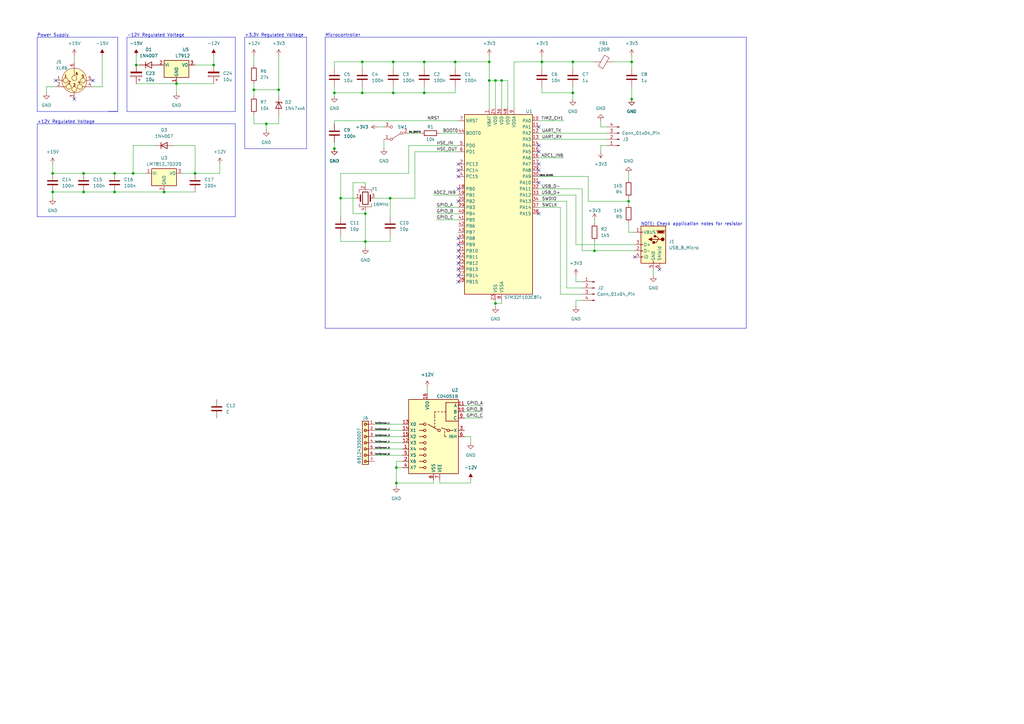
<source format=kicad_sch>
(kicad_sch (version 20230121) (generator eeschema)
  (paper "A3")
  (title_block (title "Senior Design") (date "2023-09-18") (company "Michael Mederos and Julio Barreto Tannoux"))
  (lib_symbols
    (symbol "691243300007:691243300007" (pin_names (offset 1.016))
      (property "Reference" "J" (at -9.96 -0.922 0))
      (property "Value" "691243300007" (at -9.91 -2.58 0))
      (symbol "691243300007_0_0"
        (pin passive line (at -7.62 -5.08 90) (length 2.54) (name "~") (number "1"))
        (pin passive line (at -5.08 -5.08 90) (length 2.54) (name "~") (number "2"))
        (pin passive line (at -2.54 -5.08 90) (length 2.54) (name "~") (number "3"))
        (pin passive line (at 0 -5.08 90) (length 2.54) (name "~") (number "4"))
        (pin passive line (at 2.54 -5.08 90) (length 2.54) (name "~") (number "5"))
        (pin passive line (at 5.08 -5.08 90) (length 2.54) (name "~") (number "6"))
        (pin passive line (at 7.62 -5.08 90) (length 2.54) (name "~") (number "7"))
      )
    )
    (symbol "Analog_Switch:CD4051B"
      (property "Reference" "U" (at -10.16 16.51 0))
      (property "Value" "CD4051B" (at 3.81 16.51 0))
      (symbol "CD4051B_1_1"
        (pin bidirectional line (at 12.7 -5.08 180) (length 2.54) (name "X4") (number "1"))
        (pin input line (at -12.7 10.16 0) (length 2.54) (name "B") (number "10"))
        (pin input line (at -12.7 12.7 0) (length 2.54) (name "A") (number "11"))
        (pin bidirectional line (at 12.7 -2.54 180) (length 2.54) (name "X3") (number "12"))
        (pin bidirectional line (at 12.7 5.08 180) (length 2.54) (name "X0") (number "13"))
        (pin bidirectional line (at 12.7 2.54 180) (length 2.54) (name "X1") (number "14"))
        (pin bidirectional line (at 12.7 0 180) (length 2.54) (name "X2") (number "15"))
        (pin power_in line (at 2.54 17.78 270) (length 2.54) (name "VDD") (number "16"))
        (pin bidirectional line (at 12.7 -10.16 180) (length 2.54) (name "X6") (number "2"))
        (pin bidirectional line (at -12.7 2.54 0) (length 2.54) (name "X") (number "3"))
        (pin bidirectional line (at 12.7 -12.7 180) (length 2.54) (name "X7") (number "4"))
        (pin bidirectional line (at 12.7 -7.62 180) (length 2.54) (name "X5") (number "5"))
        (pin input line (at -12.7 0 0) (length 2.54) (name "INH") (number "6"))
        (pin power_in line (at -2.54 -17.78 90) (length 2.54) (name "VEE") (number "7"))
        (pin power_in line (at 0 -17.78 90) (length 2.54) (name "VSS") (number "8"))
        (pin input line (at -12.7 7.62 0) (length 2.54) (name "C") (number "9"))
      )
    )
    (symbol "Connector:Conn_01x04_Pin" (pin_names (offset 1.016) hide)
      (property "Reference" "J" (at 0 5.08 0))
      (property "Value" "Conn_01x04_Pin" (at 0 -7.62 0))
      (symbol "Conn_01x04_Pin_1_1"
        (pin passive line (at 5.08 2.54 180) (length 3.81) (name "Pin_1") (number "1"))
        (pin passive line (at 5.08 0 180) (length 3.81) (name "Pin_2") (number "2"))
        (pin passive line (at 5.08 -2.54 180) (length 3.81) (name "Pin_3") (number "3"))
        (pin passive line (at 5.08 -5.08 180) (length 3.81) (name "Pin_4") (number "4"))
      )
    )
    (symbol "Connector:USB_B_Micro" (pin_names (offset 1.016))
      (property "Reference" "J" (at -5.08 11.43 0))
      (property "Value" "USB_B_Micro" (at -5.08 8.89 0))
      (symbol "USB_B_Micro_1_1"
        (pin power_out line (at 7.62 5.08 180) (length 2.54) (name "VBUS") (number "1"))
        (pin bidirectional line (at 7.62 -2.54 180) (length 2.54) (name "D-") (number "2"))
        (pin bidirectional line (at 7.62 0 180) (length 2.54) (name "D+") (number "3"))
        (pin passive line (at 7.62 -5.08 180) (length 2.54) (name "ID") (number "4"))
        (pin power_out line (at 0 -10.16 90) (length 2.54) (name "GND") (number "5"))
        (pin passive line (at -2.54 -10.16 90) (length 2.54) (name "Shield") (number "6"))
      )
    )
    (symbol "Connector_Audio:XLR6" (pin_names hide)
      (property "Reference" "J" (at 2.54 6.35 0))
      (property "Value" "XLR6" (at 5.08 -6.096 0))
      (symbol "XLR6_0_1"
        (text "1" (at -3.556 1.778 0) (effects (font (size 1.016 1.016) bold)))
        (text "2" (at -2.032 -0.762 0) (effects (font (size 1.016 1.016) bold)))
        (text "3" (at 0 -1.778 0) (effects (font (size 1.016 1.016) bold)))
        (text "4" (at 2.032 -0.762 0) (effects (font (size 1.016 1.016) bold)))
        (text "5" (at 3.556 1.778 0) (effects (font (size 1.016 1.016) bold)))
        (text "6" (at 1.016 2.794 0) (effects (font (size 1.016 1.016) bold)))
      )
      (symbol "XLR6_1_1"
        (pin passive line (at -7.62 0 0) (length 2.54) (name "P1") (number "1"))
        (pin passive line (at -7.62 -2.54 0) (length 2.54) (name "P2") (number "2"))
        (pin passive line (at 0 -7.62 90) (length 2.54) (name "P3") (number "3"))
        (pin passive line (at 7.62 -2.54 180) (length 2.54) (name "P3") (number "4"))
        (pin passive line (at 7.62 0 180) (length 2.54) (name "P5") (number "5"))
        (pin passive line (at 0 7.62 270) (length 2.54) (name "P6") (number "6"))
      )
    )
    (symbol "Device:C" (pin_numbers hide) (pin_names (offset 0.254))
      (property "Reference" "C" (at 0.635 2.54 0))
      (property "Value" "C" (at 0.635 -2.54 0))
      (symbol "C_1_1"
        (pin passive line (at 0 3.81 270) (length 2.794) (name "~") (number "1"))
        (pin passive line (at 0 -3.81 90) (length 2.794) (name "~") (number "2"))
      )
    )
    (symbol "Device:C_Polarized" (pin_numbers hide) (pin_names (offset 0.254))
      (property "Reference" "C" (at 0.635 2.54 0))
      (property "Value" "C_Polarized" (at 0.635 -2.54 0))
      (symbol "C_Polarized_1_1"
        (pin passive line (at 0 3.81 270) (length 2.794) (name "~") (number "1"))
        (pin passive line (at 0 -3.81 90) (length 2.794) (name "~") (number "2"))
      )
    )
    (symbol "Device:Crystal_GND24" (pin_names (offset 1.016) hide)
      (property "Reference" "Y" (at 3.175 5.08 0))
      (property "Value" "Crystal_GND24" (at 3.175 3.175 0))
      (symbol "Crystal_GND24_1_1"
        (pin passive line (at -3.81 0 0) (length 1.27) (name "1") (number "1"))
        (pin passive line (at 0 5.08 270) (length 1.27) (name "2") (number "2"))
        (pin passive line (at 3.81 0 180) (length 1.27) (name "3") (number "3"))
        (pin passive line (at 0 -5.08 90) (length 1.27) (name "4") (number "4"))
      )
    )
    (symbol "Device:FerriteBead" (pin_numbers hide) (pin_names (offset 0))
      (property "Reference" "FB" (at -3.81 0.635 90))
      (property "Value" "FerriteBead" (at 3.81 0 90))
      (symbol "FerriteBead_1_1"
        (pin passive line (at 0 3.81 270) (length 2.54) (name "~") (number "1"))
        (pin passive line (at 0 -3.81 90) (length 2.54) (name "~") (number "2"))
      )
    )
    (symbol "Device:R" (pin_numbers hide) (pin_names (offset 0))
      (property "Reference" "R" (at 2.032 0 90))
      (property "Value" "R" (at 0 0 90))
      (symbol "R_1_1"
        (pin passive line (at 0 3.81 270) (length 1.27) (name "~") (number "1"))
        (pin passive line (at 0 -3.81 90) (length 1.27) (name "~") (number "2"))
      )
    )
    (symbol "Diode:1N4007" (pin_numbers hide) (pin_names hide)
      (property "Reference" "D" (at 0 2.54 0))
      (property "Value" "1N4007" (at 0 -2.54 0))
      (symbol "1N4007_1_1"
        (pin passive line (at -3.81 0 0) (length 2.54) (name "K") (number "1"))
        (pin passive line (at 3.81 0 180) (length 2.54) (name "A") (number "2"))
      )
    )
    (symbol "Diode:1N47xxA" (pin_numbers hide) (pin_names hide)
      (property "Reference" "D" (at 0 2.54 0))
      (property "Value" "1N47xxA" (at 0 -2.54 0))
      (symbol "1N47xxA_1_1"
        (pin passive line (at -3.81 0 0) (length 2.54) (name "K") (number "1"))
        (pin passive line (at 3.81 0 180) (length 2.54) (name "A") (number "2"))
      )
    )
    (symbol "MCU_ST_STM32F1:STM32F103C8Tx"
      (property "Reference" "U" (at -12.7 39.37 0))
      (property "Value" "STM32F103C8Tx" (at 10.16 39.37 0))
      (symbol "STM32F103C8Tx_1_1"
        (pin power_in line (at -2.54 40.64 270) (length 2.54) (name "VBAT") (number "1"))
        (pin bidirectional line (at 17.78 35.56 180) (length 2.54) (name "PA0") (number "10"))
        (pin bidirectional line (at 17.78 33.02 180) (length 2.54) (name "PA1") (number "11"))
        (pin bidirectional line (at 17.78 30.48 180) (length 2.54) (name "PA2") (number "12"))
        (pin bidirectional line (at 17.78 27.94 180) (length 2.54) (name "PA3") (number "13"))
        (pin bidirectional line (at 17.78 25.4 180) (length 2.54) (name "PA4") (number "14"))
        (pin bidirectional line (at 17.78 22.86 180) (length 2.54) (name "PA5") (number "15"))
        (pin bidirectional line (at 17.78 20.32 180) (length 2.54) (name "PA6") (number "16"))
        (pin bidirectional line (at 17.78 17.78 180) (length 2.54) (name "PA7") (number "17"))
        (pin bidirectional line (at -15.24 7.62 0) (length 2.54) (name "PB0") (number "18"))
        (pin bidirectional line (at -15.24 5.08 0) (length 2.54) (name "PB1") (number "19"))
        (pin bidirectional line (at -15.24 17.78 0) (length 2.54) (name "PC13") (number "2"))
        (pin bidirectional line (at -15.24 2.54 0) (length 2.54) (name "PB2") (number "20"))
        (pin bidirectional line (at -15.24 -17.78 0) (length 2.54) (name "PB10") (number "21"))
        (pin bidirectional line (at -15.24 -20.32 0) (length 2.54) (name "PB11") (number "22"))
        (pin power_in line (at 0 -38.1 90) (length 2.54) (name "VSS") (number "23"))
        (pin power_in line (at 0 40.64 270) (length 2.54) (name "VDD") (number "24"))
        (pin bidirectional line (at -15.24 -22.86 0) (length 2.54) (name "PB12") (number "25"))
        (pin bidirectional line (at -15.24 -25.4 0) (length 2.54) (name "PB13") (number "26"))
        (pin bidirectional line (at -15.24 -27.94 0) (length 2.54) (name "PB14") (number "27"))
        (pin bidirectional line (at -15.24 -30.48 0) (length 2.54) (name "PB15") (number "28"))
        (pin bidirectional line (at 17.78 15.24 180) (length 2.54) (name "PA8") (number "29"))
        (pin bidirectional line (at -15.24 15.24 0) (length 2.54) (name "PC14") (number "3"))
        (pin bidirectional line (at 17.78 12.7 180) (length 2.54) (name "PA9") (number "30"))
        (pin bidirectional line (at 17.78 10.16 180) (length 2.54) (name "PA10") (number "31"))
        (pin bidirectional line (at 17.78 7.62 180) (length 2.54) (name "PA11") (number "32"))
        (pin bidirectional line (at 17.78 5.08 180) (length 2.54) (name "PA12") (number "33"))
        (pin bidirectional line (at 17.78 2.54 180) (length 2.54) (name "PA13") (number "34"))
        (pin passive line (at 0 -38.1 90) (length 2.54) hide (name "VSS") (number "35"))
        (pin power_in line (at 2.54 40.64 270) (length 2.54) (name "VDD") (number "36"))
        (pin bidirectional line (at 17.78 0 180) (length 2.54) (name "PA14") (number "37"))
        (pin bidirectional line (at 17.78 -2.54 180) (length 2.54) (name "PA15") (number "38"))
        (pin bidirectional line (at -15.24 0 0) (length 2.54) (name "PB3") (number "39"))
        (pin bidirectional line (at -15.24 12.7 0) (length 2.54) (name "PC15") (number "4"))
        (pin bidirectional line (at -15.24 -2.54 0) (length 2.54) (name "PB4") (number "40"))
        (pin bidirectional line (at -15.24 -5.08 0) (length 2.54) (name "PB5") (number "41"))
        (pin bidirectional line (at -15.24 -7.62 0) (length 2.54) (name "PB6") (number "42"))
        (pin bidirectional line (at -15.24 -10.16 0) (length 2.54) (name "PB7") (number "43"))
        (pin input line (at -15.24 30.48 0) (length 2.54) (name "BOOT0") (number "44"))
        (pin bidirectional line (at -15.24 -12.7 0) (length 2.54) (name "PB8") (number "45"))
        (pin bidirectional line (at -15.24 -15.24 0) (length 2.54) (name "PB9") (number "46"))
        (pin passive line (at 0 -38.1 90) (length 2.54) hide (name "VSS") (number "47"))
        (pin power_in line (at 5.08 40.64 270) (length 2.54) (name "VDD") (number "48"))
        (pin bidirectional line (at -15.24 25.4 0) (length 2.54) (name "PD0") (number "5"))
        (pin bidirectional line (at -15.24 22.86 0) (length 2.54) (name "PD1") (number "6"))
        (pin input line (at -15.24 35.56 0) (length 2.54) (name "NRST") (number "7"))
        (pin power_in line (at 2.54 -38.1 90) (length 2.54) (name "VSSA") (number "8"))
        (pin power_in line (at 7.62 40.64 270) (length 2.54) (name "VDDA") (number "9"))
      )
    )
    (symbol "OPA277P:OPA277P" (pin_names (offset 1.016))
      (property "Reference" "U" (at -17.78 16.24 0))
      (property "Value" "OPA277P" (at -8.89 16.51 0))
      (symbol "OPA277P_0_0"
        (pin bidirectional line (at -22.86 5.08 0) (length 5.08) (name "OFFSET_TRIM_2") (number "1"))
        (pin input line (at -22.86 10.16 0) (length 5.08) (name "-IN") (number "2"))
        (pin input line (at -22.86 12.7 0) (length 5.08) (name "+IN") (number "3"))
        (pin power_in line (at 5.08 7.62 180) (length 5.08) (name "V-") (number "4"))
        (pin output line (at 5.08 10.16 180) (length 5.08) (name "OUTPUT") (number "6"))
        (pin power_in line (at 5.08 12.7 180) (length 5.08) (name "V+") (number "7"))
        (pin bidirectional line (at -22.86 7.62 0) (length 5.08) (name "OFFSET_TRIM") (number "8"))
      )
    )
    (symbol "Regulator_Linear:L7912" (pin_names (offset 0.254))
      (property "Reference" "U" (at -3.81 -3.175 0))
      (property "Value" "L7912" (at 0 -3.175 0))
      (symbol "L7912_1_1"
        (pin power_in line (at 0 7.62 270) (length 2.54) (name "GND") (number "1"))
        (pin power_in line (at -7.62 0 0) (length 2.54) (name "VI") (number "2"))
        (pin power_out line (at 7.62 0 180) (length 2.54) (name "VO") (number "3"))
      )
    )
    (symbol "Regulator_Linear:LM7812_TO220" (pin_names (offset 0.254))
      (property "Reference" "U" (at -3.81 3.175 0))
      (property "Value" "LM7812_TO220" (at 0 3.175 0))
      (symbol "LM7812_TO220_1_1"
        (pin power_in line (at -7.62 0 0) (length 2.54) (name "VI") (number "1"))
        (pin power_in line (at 0 -7.62 90) (length 2.54) (name "GND") (number "2"))
        (pin power_out line (at 7.62 0 180) (length 2.54) (name "VO") (number "3"))
      )
    )
    (symbol "Switch:SW_SPDT" (pin_names (offset 0) hide)
      (property "Reference" "SW" (at 0 4.318 0))
      (property "Value" "SW_SPDT" (at 0 -5.08 0))
      (symbol "SW_SPDT_1_1"
        (pin passive line (at 5.08 2.54 180) (length 2.54) (name "A") (number "1"))
        (pin passive line (at -5.08 0 0) (length 2.54) (name "B") (number "2"))
        (pin passive line (at 5.08 -2.54 180) (length 2.54) (name "C") (number "3"))
      )
    )
    (symbol "power:+12V" (power) (pin_names (offset 0))
      (property "Value" "+12V" (at 0 3.556 0))
      (symbol "+12V_1_1"
        (pin power_in line (at 0 0 90) (length 0) hide (name "+12V") (number "1"))
      )
    )
    (symbol "power:+15V" (power) (pin_names (offset 0))
      (property "Value" "+15V" (at 0 3.556 0))
      (symbol "+15V_1_1"
        (pin power_in line (at 0 0 90) (length 0) hide (name "+15V") (number "1"))
      )
    )
    (symbol "power:+3V3" (power) (pin_names (offset 0))
      (property "Value" "+3V3" (at 0 3.556 0))
      (symbol "+3V3_1_1"
        (pin power_in line (at 0 0 90) (length 0) hide (name "+3V3") (number "1"))
      )
    )
    (symbol "power:-12V" (power) (pin_names (offset 0))
      (property "Value" "-12V" (at 0 3.81 0))
      (symbol "-12V_0_0"
        (pin power_in line (at 0 0 90) (length 0) hide (name "-12V") (number "1"))
      )
    )
    (symbol "power:-15V" (power) (pin_names (offset 0))
      (property "Value" "-15V" (at 0 3.81 0))
      (symbol "-15V_0_0"
        (pin power_in line (at 0 0 90) (length 0) hide (name "-15V") (number "1"))
      )
    )
    (symbol "power:GND" (power) (pin_names (offset 0))
      (property "Value" "GND" (at 0 -3.81 0))
      (symbol "GND_1_1"
        (pin power_in line (at 0 0 270) (length 0) hide (name "GND") (number "1"))
      )
    )
  )
  (junction (at 161.29 38.1))
  (junction (at 508 87.63))
  (junction (at 173.99 38.1))
  (junction (at 72.39 34.29))
  (junction (at 80.01 71.12))
  (junction (at 162.56 191.77))
  (junction (at 55.88 26.67))
  (junction (at 104.14 36.83))
  (junction (at 203.2 33.02))
  (junction (at 21.59 71.12))
  (junction (at 46.99 78.74))
  (junction (at 257.81 82.55))
  (junction (at 203.2 124.46))
  (junction (at 139.7 81.28))
  (junction (at 508 78.74))
  (junction (at 67.31 78.74))
  (junction (at 508 81.28))
  (junction (at 114.3 36.83))
  (junction (at 259.08 25.4))
  (junction (at 243.84 102.87))
  (junction (at 173.99 25.4))
  (junction (at 46.99 71.12))
  (junction (at 54.61 71.12))
  (junction (at 160.02 81.28))
  (junction (at 186.69 25.4))
  (junction (at 34.29 78.74))
  (junction (at 149.86 87.63))
  (junction (at 523.24 87.63))
  (junction (at 148.59 38.1))
  (junction (at 222.25 25.4))
  (junction (at 259.08 40.64))
  (junction (at 87.63 26.67))
  (junction (at 34.29 71.12))
  (junction (at 149.86 99.06))
  (junction (at 137.16 38.1))
  (junction (at 161.29 25.4))
  (junction (at 205.74 33.02))
  (junction (at 109.22 50.8))
  (junction (at 200.66 25.4))
  (junction (at 200.66 33.02))
  (junction (at 137.16 60.96))
  (junction (at 511.81 5.08))
  (junction (at 162.56 198.12))
  (junction (at 234.95 25.4))
  (junction (at 148.59 25.4))
  (junction (at 234.95 38.1))
  (junction (at 21.59 78.74))
  (no_connect (at 220.98 69.85))
  (no_connect (at 30.48 40.64))
  (no_connect (at 187.96 115.57))
  (no_connect (at 481.33 10.16))
  (no_connect (at 187.96 105.41))
  (no_connect (at 260.35 105.41))
  (no_connect (at 38.1 33.02))
  (no_connect (at 220.98 52.07))
  (no_connect (at 220.98 59.69))
  (no_connect (at 220.98 74.93))
  (no_connect (at 187.96 67.31))
  (no_connect (at 220.98 67.31))
  (no_connect (at 187.96 82.55))
  (no_connect (at 187.96 107.95))
  (no_connect (at 187.96 100.33))
  (no_connect (at 481.33 7.62))
  (no_connect (at 270.51 110.49))
  (no_connect (at 220.98 62.23))
  (no_connect (at 187.96 110.49))
  (no_connect (at 22.86 33.02))
  (no_connect (at 187.96 72.39))
  (no_connect (at 187.96 102.87))
  (no_connect (at 187.96 77.47))
  (no_connect (at 187.96 69.85))
  (no_connect (at 220.98 87.63))
  (no_connect (at 187.96 113.03))
  (no_connect (at 187.96 97.79))
  (wire (pts (xy 55.88 26.67) (xy 57.15 26.67)))
  (wire (pts (xy 160.02 81.28) (xy 170.18 81.28)))
  (wire (pts (xy 55.88 34.29) (xy 72.39 34.29)))
  (wire (pts (xy 248.92 52.07) (xy 246.38 52.07)))
  (wire (pts (xy 162.56 198.12) (xy 162.56 199.39)))
  (wire (pts (xy 238.76 77.47) (xy 238.76 102.87)))
  (wire (pts (xy 153.67 179.07) (xy 165.1 179.07)))
  (wire (pts (xy 170.18 81.28) (xy 170.18 62.23)))
  (wire (pts (xy 153.67 186.69) (xy 165.1 186.69)))
  (wire (pts (xy 234.95 38.1) (xy 234.95 40.64)))
  (wire (pts (xy 67.31 78.74) (xy 80.01 78.74)))
  (wire (pts (xy 486.41 78.74) (xy 508 78.74)))
  (wire (pts (xy 180.34 198.12) (xy 193.04 198.12)))
  (wire (pts (xy 21.59 78.74) (xy 34.29 78.74)))
  (wire (pts (xy 161.29 25.4) (xy 173.99 25.4)))
  (polyline (pts (xy 15.24 50.8) (xy 96.52 50.8)))
  (wire (pts (xy 144.78 87.63) (xy 144.78 74.93)))
  (wire (pts (xy 21.59 71.12) (xy 34.29 71.12)))
  (wire (pts (xy 149.86 101.6) (xy 149.86 99.06)))
  (polyline (pts (xy 52.07 15.24) (xy 52.07 45.72)))
  (wire (pts (xy 34.29 78.74) (xy 46.99 78.74)))
  (wire (pts (xy 72.39 34.29) (xy 87.63 34.29)))
  (wire (pts (xy 520.7 48.26) (xy 520.7 50.8)))
  (wire (pts (xy 523.24 87.63) (xy 525.78 87.63)))
  (wire (pts (xy 236.22 100.33) (xy 260.35 100.33)))
  (wire (pts (xy 34.29 71.12) (xy 46.99 71.12)))
  (wire (pts (xy 137.16 27.94) (xy 137.16 25.4)))
  (wire (pts (xy 148.59 38.1) (xy 137.16 38.1)))
  (wire (pts (xy 179.07 90.17) (xy 187.96 90.17)))
  (wire (pts (xy 137.16 49.53) (xy 137.16 50.8)))
  (polyline (pts (xy 125.73 60.96) (xy 125.73 15.24)))
  (wire (pts (xy 222.25 22.86) (xy 222.25 25.4)))
  (wire (pts (xy 177.8 198.12) (xy 177.8 196.85)))
  (wire (pts (xy 220.98 49.53) (xy 231.14 49.53)))
  (wire (pts (xy 21.59 67.31) (xy 21.59 71.12)))
  (wire (pts (xy 208.28 33.02) (xy 205.74 33.02)))
  (wire (pts (xy 173.99 35.56) (xy 173.99 38.1)))
  (wire (pts (xy 80.01 59.69) (xy 80.01 71.12)))
  (wire (pts (xy 251.46 25.4) (xy 259.08 25.4)))
  (wire (pts (xy 153.67 173.99) (xy 165.1 173.99)))
  (wire (pts (xy 170.18 62.23) (xy 187.96 62.23)))
  (wire (pts (xy 41.91 35.56) (xy 41.91 22.86)))
  (wire (pts (xy 38.1 35.56) (xy 41.91 35.56)))
  (wire (pts (xy 476.25 2.54) (xy 481.33 2.54)))
  (wire (pts (xy 203.2 124.46) (xy 203.2 125.73)))
  (wire (pts (xy 241.3 72.39) (xy 241.3 82.55)))
  (wire (pts (xy 203.2 123.19) (xy 203.2 124.46)))
  (wire (pts (xy 220.98 80.01) (xy 236.22 80.01)))
  (wire (pts (xy 80.01 26.67) (xy 87.63 26.67)))
  (wire (pts (xy 238.76 77.47) (xy 220.98 77.47)))
  (wire (pts (xy 257.81 91.44) (xy 257.81 95.25)))
  (wire (pts (xy 179.07 87.63) (xy 187.96 87.63)))
  (wire (pts (xy 200.66 22.86) (xy 200.66 25.4)))
  (wire (pts (xy 234.95 27.94) (xy 234.95 25.4)))
  (polyline (pts (xy 133.35 134.62) (xy 306.07 134.62)))
  (wire (pts (xy 257.81 81.28) (xy 257.81 82.55)))
  (wire (pts (xy 260.35 95.25) (xy 257.81 95.25)))
  (wire (pts (xy 74.93 71.12) (xy 80.01 71.12)))
  (wire (pts (xy 234.95 25.4) (xy 243.84 25.4)))
  (wire (pts (xy 508 87.63) (xy 508 88.9)))
  (wire (pts (xy 238.76 102.87) (xy 243.84 102.87)))
  (wire (pts (xy 165.1 189.23) (xy 162.56 189.23)))
  (polyline (pts (xy 15.24 45.72) (xy 48.26 45.72)))
  (wire (pts (xy 137.16 58.42) (xy 137.16 60.96)))
  (wire (pts (xy 104.14 34.29) (xy 104.14 36.83)))
  (wire (pts (xy 193.04 179.07) (xy 193.04 181.61)))
  (wire (pts (xy 210.82 25.4) (xy 210.82 44.45)))
  (polyline (pts (xy 48.26 15.24) (xy 15.24 15.24)))
  (wire (pts (xy 114.3 36.83) (xy 114.3 39.37)))
  (wire (pts (xy 149.86 74.93) (xy 149.86 76.2)))
  (wire (pts (xy 222.25 35.56) (xy 222.25 38.1)))
  (wire (pts (xy 149.86 87.63) (xy 144.78 87.63)))
  (wire (pts (xy 180.34 198.12) (xy 180.34 196.85)))
  (wire (pts (xy 139.7 81.28) (xy 139.7 71.12)))
  (wire (pts (xy 236.22 113.03) (xy 236.22 115.57)))
  (wire (pts (xy 109.22 50.8) (xy 114.3 50.8)))
  (wire (pts (xy 234.95 38.1) (xy 234.95 35.56)))
  (wire (pts (xy 205.74 123.19) (xy 205.74 124.46)))
  (wire (pts (xy 511.81 5.08) (xy 509.27 5.08)))
  (wire (pts (xy 173.99 25.4) (xy 186.69 25.4)))
  (wire (pts (xy 153.67 81.28) (xy 160.02 81.28)))
  (wire (pts (xy 46.99 78.74) (xy 67.31 78.74)))
  (wire (pts (xy 114.3 46.99) (xy 114.3 50.8)))
  (wire (pts (xy 179.07 85.09) (xy 187.96 85.09)))
  (wire (pts (xy 257.81 82.55) (xy 257.81 83.82)))
  (wire (pts (xy 63.5 59.69) (xy 54.61 59.69)))
  (wire (pts (xy 246.38 52.07) (xy 246.38 49.53)))
  (wire (pts (xy 144.78 74.93) (xy 149.86 74.93)))
  (wire (pts (xy 190.5 179.07) (xy 193.04 179.07)))
  (wire (pts (xy 246.38 59.69) (xy 248.92 59.69)))
  (wire (pts (xy 162.56 191.77) (xy 162.56 198.12)))
  (wire (pts (xy 137.16 38.1) (xy 137.16 35.56)))
  (wire (pts (xy 165.1 191.77) (xy 162.56 191.77)))
  (wire (pts (xy 161.29 35.56) (xy 161.29 38.1)))
  (wire (pts (xy 208.28 33.02) (xy 208.28 44.45)))
  (wire (pts (xy 234.95 25.4) (xy 222.25 25.4)))
  (wire (pts (xy 137.16 25.4) (xy 148.59 25.4)))
  (wire (pts (xy 19.05 35.56) (xy 19.05 38.1)))
  (wire (pts (xy 220.98 64.77) (xy 231.14 64.77)))
  (polyline (pts (xy 52.07 45.72) (xy 96.52 45.72)))
  (polyline (pts (xy 44.45 45.72) (xy 48.26 45.72)))
  (wire (pts (xy 146.05 81.28) (xy 139.7 81.28)))
  (wire (pts (xy 200.66 33.02) (xy 200.66 44.45)))
  (wire (pts (xy 161.29 38.1) (xy 148.59 38.1)))
  (wire (pts (xy 167.64 71.12) (xy 167.64 59.69)))
  (wire (pts (xy 504.19 63.5) (xy 510.54 63.5)))
  (wire (pts (xy 525.78 87.63) (xy 525.78 86.36)))
  (wire (pts (xy 538.48 68.58) (xy 538.48 71.12)))
  (wire (pts (xy 220.98 85.09) (xy 229.87 85.09)))
  (wire (pts (xy 508 81.28) (xy 508 87.63)))
  (wire (pts (xy 198.12 166.37) (xy 190.5 166.37)))
  (wire (pts (xy 535.94 68.58) (xy 538.48 68.58)))
  (wire (pts (xy 229.87 120.65) (xy 229.87 85.09)))
  (wire (pts (xy 54.61 71.12) (xy 59.69 71.12)))
  (wire (pts (xy 55.88 22.86) (xy 55.88 26.67)))
  (wire (pts (xy 161.29 25.4) (xy 161.29 27.94)))
  (polyline (pts (xy 48.26 15.24) (xy 48.26 45.72)))
  (wire (pts (xy 139.7 99.06) (xy 139.7 96.52)))
  (wire (pts (xy 148.59 25.4) (xy 148.59 27.94)))
  (wire (pts (xy 80.01 71.12) (xy 90.17 71.12)))
  (wire (pts (xy 186.69 25.4) (xy 200.66 25.4)))
  (wire (pts (xy 241.3 82.55) (xy 257.81 82.55)))
  (wire (pts (xy 104.14 22.86) (xy 104.14 26.67)))
  (wire (pts (xy 198.12 171.45) (xy 190.5 171.45)))
  (wire (pts (xy 205.74 124.46) (xy 203.2 124.46)))
  (wire (pts (xy 149.86 99.06) (xy 139.7 99.06)))
  (wire (pts (xy 220.98 82.55) (xy 232.41 82.55)))
  (wire (pts (xy 87.63 22.86) (xy 87.63 26.67)))
  (wire (pts (xy 205.74 33.02) (xy 203.2 33.02)))
  (wire (pts (xy 153.67 184.15) (xy 165.1 184.15)))
  (wire (pts (xy 220.98 57.15) (xy 248.92 57.15)))
  (wire (pts (xy 149.86 86.36) (xy 149.86 87.63)))
  (wire (pts (xy 71.12 59.69) (xy 80.01 59.69)))
  (wire (pts (xy 139.7 71.12) (xy 167.64 71.12)))
  (wire (pts (xy 160.02 81.28) (xy 160.02 88.9)))
  (wire (pts (xy 90.17 71.12) (xy 90.17 67.31)))
  (wire (pts (xy 200.66 25.4) (xy 200.66 33.02)))
  (wire (pts (xy 232.41 118.11) (xy 232.41 82.55)))
  (wire (pts (xy 510.54 81.28) (xy 508 81.28)))
  (wire (pts (xy 148.59 25.4) (xy 161.29 25.4)))
  (wire (pts (xy 22.86 35.56) (xy 19.05 35.56)))
  (wire (pts (xy 167.64 54.61) (xy 172.72 54.61)))
  (wire (pts (xy 205.74 33.02) (xy 205.74 44.45)))
  (wire (pts (xy 486.41 63.5) (xy 487.68 63.5)))
  (wire (pts (xy 486.41 71.12) (xy 487.68 71.12)))
  (wire (pts (xy 137.16 39.37) (xy 137.16 38.1)))
  (wire (pts (xy 30.48 22.86) (xy 30.48 25.4)))
  (wire (pts (xy 193.04 198.12) (xy 193.04 196.85)))
  (wire (pts (xy 238.76 118.11) (xy 232.41 118.11)))
  (wire (pts (xy 177.8 80.01) (xy 187.96 80.01)))
  (polyline (pts (xy 52.07 15.24) (xy 96.52 15.24)))
  (wire (pts (xy 104.14 36.83) (xy 114.3 36.83)))
  (wire (pts (xy 109.22 50.8) (xy 109.22 53.34)))
  (wire (pts (xy 511.81 5.08) (xy 514.35 5.08)))
  (wire (pts (xy 154.94 52.07) (xy 157.48 52.07)))
  (wire (pts (xy 186.69 35.56) (xy 186.69 38.1)))
  (wire (pts (xy 267.97 110.49) (xy 267.97 113.03)))
  (wire (pts (xy 486.41 68.58) (xy 487.68 68.58)))
  (polyline (pts (xy 133.35 15.24) (xy 306.07 15.24)))
  (polyline (pts (xy 133.35 15.24) (xy 133.35 134.62)))
  (wire (pts (xy 486.41 76.2) (xy 510.54 76.2)))
  (wire (pts (xy 220.98 72.39) (xy 241.3 72.39)))
  (polyline (pts (xy 15.24 50.8) (xy 15.24 88.9)))
  (wire (pts (xy 222.25 25.4) (xy 210.82 25.4)))
  (wire (pts (xy 238.76 123.19) (xy 236.22 123.19)))
  (wire (pts (xy 222.25 25.4) (xy 222.25 27.94)))
  (wire (pts (xy 510.54 78.74) (xy 508 78.74)))
  (wire (pts (xy 246.38 62.23) (xy 246.38 59.69)))
  (wire (pts (xy 160.02 96.52) (xy 160.02 99.06)))
  (wire (pts (xy 114.3 22.86) (xy 114.3 36.83)))
  (wire (pts (xy 149.86 99.06) (xy 160.02 99.06)))
  (wire (pts (xy 173.99 25.4) (xy 173.99 27.94)))
  (wire (pts (xy 21.59 78.74) (xy 21.59 81.28)))
  (wire (pts (xy 186.69 38.1) (xy 173.99 38.1)))
  (wire (pts (xy 481.33 5.08) (xy 477.52 5.08)))
  (wire (pts (xy 173.99 38.1) (xy 161.29 38.1)))
  (wire (pts (xy 153.67 176.53) (xy 165.1 176.53)))
  (wire (pts (xy 104.14 46.99) (xy 104.14 50.8)))
  (wire (pts (xy 167.64 59.69) (xy 187.96 59.69)))
  (wire (pts (xy 508 78.74) (xy 508 81.28)))
  (wire (pts (xy 200.66 33.02) (xy 203.2 33.02)))
  (wire (pts (xy 104.14 50.8) (xy 109.22 50.8)))
  (wire (pts (xy 54.61 59.69) (xy 54.61 71.12)))
  (wire (pts (xy 523.24 87.63) (xy 523.24 86.36)))
  (wire (pts (xy 236.22 80.01) (xy 236.22 100.33)))
  (wire (pts (xy 259.08 22.86) (xy 259.08 25.4)))
  (polyline (pts (xy 100.33 15.24) (xy 125.73 15.24)))
  (wire (pts (xy 104.14 36.83) (xy 104.14 39.37)))
  (wire (pts (xy 236.22 123.19) (xy 236.22 125.73)))
  (wire (pts (xy 162.56 198.12) (xy 177.8 198.12)))
  (wire (pts (xy 477.52 5.08) (xy 477.52 13.97)))
  (wire (pts (xy 220.98 54.61) (xy 248.92 54.61)))
  (wire (pts (xy 238.76 120.65) (xy 229.87 120.65)))
  (wire (pts (xy 175.26 158.75) (xy 175.26 161.29)))
  (polyline (pts (xy 96.52 45.72) (xy 96.52 15.24)))
  (polyline (pts (xy 96.52 88.9) (xy 96.52 50.8)))
  (wire (pts (xy 236.22 115.57) (xy 238.76 115.57)))
  (wire (pts (xy 243.84 90.17) (xy 243.84 91.44)))
  (wire (pts (xy 477.52 13.97) (xy 511.81 13.97)))
  (polyline (pts (xy 306.07 134.62) (xy 306.07 15.24)))
  (polyline (pts (xy 15.24 15.24) (xy 15.24 45.72)))
  (wire (pts (xy 180.34 54.61) (xy 187.96 54.61)))
  (wire (pts (xy 203.2 33.02) (xy 203.2 44.45)))
  (polyline (pts (xy 100.33 15.24) (xy 100.33 60.96)))
  (wire (pts (xy 198.12 168.91) (xy 190.5 168.91)))
  (wire (pts (xy 157.48 57.15) (xy 157.48 60.96)))
  (wire (pts (xy 511.81 13.97) (xy 511.81 5.08)))
  (wire (pts (xy 162.56 189.23) (xy 162.56 191.77)))
  (wire (pts (xy 243.84 102.87) (xy 260.35 102.87)))
  (wire (pts (xy 149.86 87.63) (xy 149.86 99.06)))
  (wire (pts (xy 486.41 66.04) (xy 487.68 66.04)))
  (wire (pts (xy 486.41 73.66) (xy 487.68 73.66)))
  (wire (pts (xy 139.7 81.28) (xy 139.7 88.9)))
  (wire (pts (xy 259.08 25.4) (xy 259.08 27.94)))
  (wire (pts (xy 257.81 73.66) (xy 257.81 71.12)))
  (polyline (pts (xy 15.24 88.9) (xy 96.52 88.9)))
  (wire (pts (xy 153.67 181.61) (xy 165.1 181.61)))
  (wire (pts (xy 46.99 71.12) (xy 54.61 71.12)))
  (polyline (pts (xy 100.33 60.96) (xy 125.73 60.96)))
  (wire (pts (xy 72.39 34.29) (xy 72.39 38.1)))
  (wire (pts (xy 222.25 38.1) (xy 234.95 38.1)))
  (wire (pts (xy 186.69 27.94) (xy 186.69 25.4)))
  (wire (pts (xy 508 87.63) (xy 523.24 87.63)))
  (wire (pts (xy 148.59 35.56) (xy 148.59 38.1)))
  (wire (pts (xy 243.84 99.06) (xy 243.84 102.87)))
  (wire (pts (xy 187.96 49.53) (xy 137.16 49.53)))
  (wire (pts (xy 259.08 35.56) (xy 259.08 40.64)))
  (text "Power Supply\n" (at 15.24 15.24 0) (effects (font (size 1.27 1.27)) (justify left bottom)))
  (text "-12V Regulated Voltage\n" (at 52.07 15.24 0) (effects (font (size 1.27 1.27)) (justify left bottom)))
  (text "Microcontroller" (at 133.35 15.24 0) (effects (font (size 1.27 1.27)) (justify left bottom)))
  (text "+3.3V Regulated Voltage\n" (at 100.33 15.24 0) (effects (font (size 1.27 1.27)) (justify left bottom)))
  (text "+12V Regulated Voltage" (at 15.24 50.8 0) (effects (font (size 1.27 1.27)) (justify left bottom)))
  (text "NOTE: Check application notes for resistor" (at 262.89 92.71 0) (effects (font (size 1.27 1.27)) (justify left bottom)))
  (label "SW_BOOT0" (at 167.64 54.61 0) (effects (font (size 0.63 0.63))))
  (label "HSE_OUT" (at 179.07 62.23 0))
  (label "SWDIO" (at 222.25 82.55 0))
  (label "USB_D+" (at 229.87 80.01 180))
  (label "CurrSensor_6" (at 499.11 76.2 0) (effects (font (size 0.63 0.63))))
  (label "VoltSensor_2" (at 153.67 176.53 0) (effects (font (size 0.63 0.63))))
  (label "GPIO_C" (at 179.07 90.17 0))
  (label "CurrSensor_1" (at 487.68 63.5 0) (effects (font (size 0.63 0.63))))
  (label "TIM2_CH1" (at 231.14 49.53 180))
  (label "VoltSensor_5" (at 153.67 184.15 0) (effects (font (size 0.63 0.63))))
  (label "GPIO_C" (at 198.12 171.45 180))
  (label "NRST" (at 175.26 49.53 0))
  (label "GPIO_A" (at 198.12 166.37 180))
  (label "BOOT0" (at 181.61 54.61 0))
  (label "CurrSensor_3" (at 487.68 68.58 0) (effects (font (size 0.63 0.63))))
  (label "CurrSensor_4" (at 487.68 71.12 0) (effects (font (size 0.63 0.63))))
  (label "CurrSensor_GND" (at 499.11 78.74 0) (effects (font (size 0.63 0.63))))
  (label "ADC2_IN9" (at 177.8 80.01 0))
  (label "ADC1_IN6" (at 231.14 64.77 180))
  (label "VoltSensor_6" (at 153.67 186.69 0) (effects (font (size 0.63 0.63))))
  (label "VoltSensor_3" (at 153.67 179.07 0) (effects (font (size 0.63 0.63))))
  (label "UART_TX" (at 222.25 54.61 0))
  (label "CurrSensor_5" (at 487.68 73.66 0) (effects (font (size 0.63 0.63))))
  (label "UART_RX" (at 222.25 57.15 0))
  (label "GPIO_B" (at 198.12 168.91 180))
  (label "VoltSensor_1" (at 153.67 173.99 0) (effects (font (size 0.63 0.63))))
  (label "USB_D-" (at 229.87 77.47 180))
  (label "GPIO_B" (at 179.07 87.63 0))
  (label "HSE_IN" (at 179.07 59.69 0))
  (label "CurrMux_1" (at 514.35 5.08 0) (effects (font (size 0.7 0.7))))
  (label "SWCLK" (at 222.25 85.09 0))
  (label "GPIO_A" (at 179.07 85.09 0))
  (label "CurrSensor_1" (at 476.25 2.54 0) (effects (font (size 0.5 0.5))))
  (label "VBUS_SENSE" (at 220.98 72.39 0) (effects (font (size 0.63 0.63))))
  (label "CurrMux_1" (at 504.19 63.5 0) (effects (font (size 0.7 0.7))))
  (label "VoltSensor_4" (at 153.67 181.61 0) (effects (font (size 0.63 0.63))))
  (label "CurrSensor_2" (at 487.68 66.04 0) (effects (font (size 0.63 0.63))))
  (symbol (lib_id "Diode:1N4007") (at 67.31 59.69 0) (unit 1)
    (property "Reference" "D3" (at 67.31 53.34 0))
    (property "Value" "1N4007" (at 67.31 55.88 0))
    (property "Footprint" "Diode_THT:D_DO-41_SOD81_P10.16mm_Horizontal" (effects hide))
    (property "Datasheet" "http://www.vishay.com/docs/88503/1n4001.pdf" (effects hide))
    (property "Sim.Device" "D" (effects hide))
    (property "Sim.Pins" "1=K 2=A" (effects hide))
  )
  (symbol (lib_id "Connector:Conn_01x04_Pin") (at 243.84 118.11 0) (mirror y) (unit 1)
    (property "Reference" "J2" (at 246.38 118.11 0))
    (property "Value" "Conn_01x04_Pin" (at 252.73 120.65 0))
  )
  (symbol (lib_id "power:GND") (at 137.16 60.96 0) (unit 1)
    (property "Reference" "#PWR08" (effects hide))
    (property "Value" "GND" (at 137.16 66.04 0))
  )
  (symbol (lib_id "Device:C") (at 137.16 54.61 0) (unit 1)
    (property "Reference" "C9" (at 140.97 53.34 0) (effects (justify left)))
    (property "Value" "100n" (at 140.97 55.88 0) (effects (justify left)))
  )
  (symbol (lib_id "power:GND") (at 267.97 113.03 0) (unit 1)
    (property "Reference" "#PWR014" (effects hide))
    (property "Value" "GND" (at 267.97 118.11 0))
  )
  (symbol (lib_id "power:GND") (at 162.56 199.39 0) (unit 1)
    (property "Reference" "#PWR019" (effects hide))
    (property "Value" "GND" (at 162.56 204.47 0))
  )
  (symbol (lib_id "power:+3V3") (at 246.38 62.23 0) (mirror x) (unit 1)
    (property "Reference" "#PWR022" (effects hide))
    (property "Value" "+3V3" (at 246.38 67.31 0))
  )
  (symbol (lib_id "Connector:USB_B_Micro") (at 267.97 100.33 0) (mirror y) (unit 1)
    (property "Reference" "J1" (at 274.32 99.06 0) (effects (justify right)))
    (property "Value" "USB_B_Micro" (at 274.32 101.6 0) (effects (justify right)))
  )
  (symbol (lib_id "Device:R") (at 176.53 54.61 90) (unit 1)
    (property "Reference" "R1" (at 176.53 52.07 90))
    (property "Value" "10k" (at 176.53 57.15 90))
  )
  (symbol (lib_id "power:+3V3") (at 114.3 22.86 0) (unit 1)
    (property "Reference" "#PWR038" (effects hide))
    (property "Value" "+3V3" (at 114.3 17.78 0))
  )
  (symbol (lib_id "Device:C_Polarized") (at 87.63 30.48 180) (unit 1)
    (property "Reference" "C24" (at 91.44 30.099 0) (effects (justify right)))
    (property "Value" "10u" (at 91.44 32.639 0) (effects (justify right)))
  )
  (symbol (lib_id "power:+12V") (at 90.17 67.31 0) (unit 1)
    (property "Reference" "#PWR024" (effects hide))
    (property "Value" "+12V" (at 90.17 62.23 0))
  )
  (symbol (lib_id "OPA277P:OPA277P") (at 504.19 15.24 0) (unit 1)
    (property "Reference" "U4" (at 495.3 -5.08 0))
    (property "Value" "OPA277P" (at 495.3 -2.54 0))
    (property "Footprint" "OPA277P:DIP794W45P254L959H508Q8" (effects hide))
    (property "MF" "Texas Instruments" (effects hide))
    (property "Description" "\nDual, 36-V, 10&micro;V offset, 0.1&micro;V/˚C drift, bipolar, operational amplifier\n" (effects hide))
    (property "Package" "PDIP-8 Texas" (effects hide))
    (property "Price" "None" (effects hide))
    (property "SnapEDA_Link" "https://www.snapeda.com/parts/OPA277P/Texas+Instruments/view-part/?ref=snap" (effects hide))
    (property "MP" "OPA277P" (effects hide))
    (property "Purchase-URL" "https://www.snapeda.com/api/url_track_click_mouser/?unipart_id=1237537&manufacturer=Texas Instruments&part_name=OPA277P&search_term=opa277" (effects hide))
    (property "Availability" "In Stock" (effects hide))
    (property "Check_prices" "https://www.snapeda.com/parts/OPA277P/Texas+Instruments/view-part/?ref=eda" (effects hide))
  )
  (symbol (lib_id "power:-12V") (at 193.04 196.85 0) (unit 1)
    (property "Reference" "#PWR027" (effects hide))
    (property "Value" "-12V" (at 193.04 191.77 0))
  )
  (symbol (lib_id "power:+3V3") (at 259.08 22.86 0) (unit 1)
    (property "Reference" "#PWR05" (effects hide))
    (property "Value" "+3V3" (at 259.08 17.78 0))
  )
  (symbol (lib_id "Connector:Conn_01x04_Pin") (at 254 57.15 180) (unit 1)
    (property "Reference" "J3" (at 256.54 57.15 0))
    (property "Value" "Conn_01x04_Pin" (at 262.89 54.61 0))
  )
  (symbol (lib_id "Device:C") (at 161.29 31.75 0) (unit 1)
    (property "Reference" "C3" (at 165.1 30.48 0) (effects (justify left)))
    (property "Value" "100n" (at 165.1 33.02 0) (effects (justify left)))
  )
  (symbol (lib_id "power:GND") (at 257.81 71.12 180) (unit 1)
    (property "Reference" "#PWR015" (effects hide))
    (property "Value" "GND" (at 257.81 66.04 0))
  )
  (symbol (lib_id "Device:R") (at 104.14 30.48 0) (unit 1)
    (property "Reference" "R6" (at 106.68 29.21 0) (effects (justify left)))
    (property "Value" "27k" (at 106.68 31.75 0) (effects (justify left)))
  )
  (symbol (lib_id "power:GND") (at 236.22 125.73 0) (unit 1)
    (property "Reference" "#PWR018" (effects hide))
    (property "Value" "GND" (at 236.22 130.81 0))
  )
  (symbol (lib_id "Device:C") (at 234.95 31.75 0) (unit 1)
    (property "Reference" "C7" (at 238.76 30.48 0) (effects (justify left)))
    (property "Value" "1u" (at 238.76 33.02 0) (effects (justify left)))
  )
  (symbol (lib_id "Device:C") (at 186.69 31.75 0) (unit 1)
    (property "Reference" "C1" (at 190.5 30.48 0) (effects (justify left)))
    (property "Value" "100n" (at 190.5 33.02 0) (effects (justify left)))
  )
  (symbol (lib_id "power:+3V3") (at 243.84 90.17 0) (unit 1)
    (property "Reference" "#PWR016" (effects hide))
    (property "Value" "+3V3" (at 243.84 86.36 0))
  )
  (symbol (lib_id "Device:R") (at 104.14 43.18 0) (unit 1)
    (property "Reference" "R7" (at 106.68 41.91 0) (effects (justify left)))
    (property "Value" "10k" (at 106.68 44.45 0) (effects (justify left)))
  )
  (symbol (lib_id "Device:C_Polarized") (at 55.88 30.48 180) (unit 1)
    (property "Reference" "C23" (at 59.69 30.099 0) (effects (justify right)))
    (property "Value" "10u" (at 59.69 32.639 0) (effects (justify right)))
  )
  (symbol (lib_id "power:GND") (at 508 88.9 0) (unit 1)
    (property "Reference" "#PWR039" (effects hide))
    (property "Value" "GND" (at 508 93.98 0))
  )
  (symbol (lib_id "Device:R") (at 243.84 95.25 0) (unit 1)
    (property "Reference" "R2" (at 246.38 93.98 0) (effects (justify left)))
    (property "Value" "1k5" (at 246.38 96.52 0) (effects (justify left)))
  )
  (symbol (lib_id "power:GND") (at 21.59 81.28 0) (unit 1)
    (property "Reference" "#PWR025" (effects hide))
    (property "Value" "GND" (at 21.59 86.36 0))
  )
  (symbol (lib_id "power:+3V3") (at 236.22 113.03 0) (unit 1)
    (property "Reference" "#PWR017" (effects hide))
    (property "Value" "+3V3" (at 236.22 107.95 0))
  )
  (symbol (lib_id "power:+12V") (at 175.26 158.75 0) (unit 1)
    (property "Reference" "#PWR021" (effects hide))
    (property "Value" "+12V" (at 175.26 153.67 0))
  )
  (symbol (lib_id "power:GND") (at 246.38 49.53 0) (mirror x) (unit 1)
    (property "Reference" "#PWR023" (effects hide))
    (property "Value" "GND" (at 246.38 44.45 0))
  )
  (symbol (lib_id "power:GND") (at 193.04 181.61 0) (unit 1)
    (property "Reference" "#PWR026" (effects hide))
    (property "Value" "GND" (at 193.04 186.69 0))
  )
  (symbol (lib_id "Device:C") (at 46.99 74.93 0) (unit 1)
    (property "Reference" "C16" (at 50.8 73.66 0) (effects (justify left)))
    (property "Value" "100n" (at 50.8 76.2 0) (effects (justify left)))
  )
  (symbol (lib_id "Device:C") (at 139.7 92.71 0) (unit 1)
    (property "Reference" "C11" (at 143.51 91.44 0) (effects (justify left)))
    (property "Value" "10p" (at 143.51 93.98 0) (effects (justify left)))
  )
  (symbol (lib_id "power:+12V") (at 520.7 48.26 0) (unit 1)
    (property "Reference" "#PWR042" (effects hide))
    (property "Value" "+12V" (at 520.7 43.18 0))
  )
  (symbol (lib_id "Device:C") (at 21.59 74.93 0) (unit 1)
    (property "Reference" "C14" (at 25.4 73.66 0) (effects (justify left)))
    (property "Value" "100n" (at 25.4 76.2 0) (effects (justify left)))
  )
  (symbol (lib_id "power:GND") (at 157.48 60.96 0) (unit 1)
    (property "Reference" "#PWR09" (effects hide))
    (property "Value" "GND" (at 157.48 66.04 0))
  )
  (symbol (lib_id "Device:C") (at 34.29 74.93 0) (unit 1)
    (property "Reference" "C15" (at 38.1 73.66 0) (effects (justify left)))
    (property "Value" "100n" (at 38.1 76.2 0) (effects (justify left)))
  )
  (symbol (lib_id "power:GND") (at 109.22 53.34 0) (unit 1)
    (property "Reference" "#PWR037" (effects hide))
    (property "Value" "GND" (at 109.22 58.42 0))
  )
  (symbol (lib_id "power:+12V") (at 104.14 22.86 0) (unit 1)
    (property "Reference" "#PWR036" (effects hide))
    (property "Value" "+12V" (at 104.14 17.78 0))
  )
  (symbol (lib_id "power:GND") (at 149.86 101.6 0) (unit 1)
    (property "Reference" "#PWR012" (effects hide))
    (property "Value" "GND" (at 149.86 106.68 0))
  )
  (symbol (lib_id "Device:FerriteBead") (at 247.65 25.4 90) (unit 1)
    (property "Reference" "FB1" (at 247.5992 17.78 90))
    (property "Value" "120R" (at 247.5992 20.32 90))
  )
  (symbol (lib_id "power:GND") (at 137.16 60.96 0) (unit 1)
    (property "Reference" "#PWR011" (effects hide))
    (property "Value" "GND" (at 137.16 66.04 0))
  )
  (symbol (lib_id "Device:C") (at 259.08 31.75 0) (unit 1)
    (property "Reference" "C8" (at 262.89 30.48 0) (effects (justify left)))
    (property "Value" "1u" (at 262.89 33.02 0) (effects (justify left)))
  )
  (symbol (lib_id "power:GND") (at 137.16 39.37 0) (unit 1)
    (property "Reference" "#PWR03" (effects hide))
    (property "Value" "GND" (at 137.16 44.45 0))
  )
  (symbol (lib_id "Regulator_Linear:L7912") (at 72.39 26.67 0) (mirror x) (unit 1)
    (property "Reference" "U5" (at 76.2 20.32 0))
    (property "Value" "L7912" (at 74.93 22.86 0))
    (property "Datasheet" "http://www.st.com/content/ccc/resource/technical/document/datasheet/c9/16/86/41/c7/2b/45/f2/CD00000450.pdf/files/CD00000450.pdf/jcr:content/translations/en.CD00000450.pdf" (effects hide))
  )
  (symbol (lib_id "power:GND") (at 72.39 38.1 0) (unit 1)
    (property "Reference" "#PWR035" (effects hide))
    (property "Value" "GND" (at 72.39 43.18 0))
  )
  (symbol (lib_id "power:GND") (at 234.95 40.64 0) (unit 1)
    (property "Reference" "#PWR06" (effects hide))
    (property "Value" "GND" (at 234.95 45.72 0))
  )
  (symbol (lib_id "power:GND") (at 538.48 71.12 0) (unit 1)
    (property "Reference" "#PWR040" (effects hide))
    (property "Value" "GND" (at 538.48 76.2 0))
  )
  (symbol (lib_id "power:-15V") (at 55.88 22.86 0) (unit 1)
    (property "Reference" "#PWR034" (effects hide))
    (property "Value" "-15V" (at 55.88 17.78 0))
  )
  (symbol (lib_id "Analog_Switch:CD4051B") (at 523.24 68.58 0) (mirror y) (unit 1)
    (property "Reference" "U6" (at 533.4 49.53 0) (effects (justify left)))
    (property "Value" "CD4051B" (at 533.4 52.07 0) (effects (justify left)))
    (property "Datasheet" "http://www.ti.com/lit/ds/symlink/cd4052b.pdf" (effects hide))
  )
  (symbol (lib_id "Device:C") (at 160.02 92.71 0) (unit 1)
    (property "Reference" "C10" (at 163.83 91.44 0) (effects (justify left)))
    (property "Value" "10p" (at 163.83 93.98 0) (effects (justify left)))
  )
  (symbol (lib_id "Switch:SW_SPDT") (at 162.56 54.61 180) (unit 1)
    (property "Reference" "SW1" (at 165.1 52.07 0))
    (property "Value" "SW_SPDT" (effects hide))
  )
  (symbol (lib_id "Device:C") (at 88.9 167.64 0) (unit 1)
    (property "Reference" "C12" (at 92.71 166.37 0) (effects (justify left)))
    (property "Value" "C" (at 92.71 168.91 0) (effects (justify left)))
  )
  (symbol (lib_id "Device:C") (at 222.25 31.75 0) (unit 1)
    (property "Reference" "C6" (at 226.06 30.48 0) (effects (justify left)))
    (property "Value" "10n" (at 226.06 33.02 0) (effects (justify left)))
  )
  (symbol (lib_id "power:+15V") (at 30.48 22.86 0) (unit 1)
    (property "Reference" "#PWR030" (effects hide))
    (property "Value" "+15V" (at 30.48 17.78 0))
  )
  (symbol (lib_id "691243300007:691243300007") (at 148.59 181.61 90) (mirror x) (unit 1)
    (property "Reference" "J6" (at 149.86 171.45 90))
    (property "Value" "691243300007" (at 147.32 182.88 0))
    (property "Footprint" "691243300007:691243300007" (effects hide))
    (property "WIRE" "30 to 16 (AWG) 0.05 to 1.31 (mm²)" (effects hide))
    (property "Description" "\n3.81 MM TERMINAL BLOCK, VERTICAL\n" (effects hide))
    (property "Package" "None" (effects hide))
    (property "Purchase-URL" "https://www.snapeda.com/api/url_track_click_mouser/?unipart_id=11821232&manufacturer=Würth Elektronik&part_name=691243300007&search_term=7 pin wire to board" (effects hide))
    (property "MOUNT" "THT" (effects hide))
    (property "IR-VDE" "10A" (effects hide))
    (property "IR-UL" "10A" (effects hide))
    (property "SnapEDA_Link" "https://www.snapeda.com/parts/691243300007/Wurth+Electronics+Inc./view-part/?ref=snap" (effects hide))
    (property "Availability" "In Stock" (effects hide))
    (property "WORKING-VOLTAGE-UL" "300V (AC)" (effects hide))
    (property "PINS" "7" (effects hide))
    (property "MF" "Würth Elektronik" (effects hide))
    (property "DATASHEET-URL" "https://www.we-online.com/catalog/datasheet/691243300007.pdf" (effects hide))
    (property "MP" "691243300007" (effects hide))
    (property "PITCH" "3.81mm" (effects hide))
    (property "PART-NUMBER" "691243300007" (effects hide))
    (property "WORKING-VOLTAGE-VDE" "130V (AC)" (effects hide))
    (property "TYPE" "Vertical" (effects hide))
    (property "Price" "None" (effects hide))
    (property "Check_prices" "https://www.snapeda.com/parts/691243300007/Wurth+Electronics+Inc./view-part/?ref=eda" (effects hide))
  )
  (symbol (lib_id "power:GND") (at 259.08 40.64 0) (unit 1)
    (property "Reference" "#PWR07" (effects hide))
    (property "Value" "GND" (at 259.08 45.72 0))
  )
  (symbol (lib_id "Device:C") (at 148.59 31.75 0) (unit 1)
    (property "Reference" "C4" (at 152.4 30.48 0) (effects (justify left)))
    (property "Value" "100n" (at 152.4 33.02 0) (effects (justify left)))
  )
  (symbol (lib_id "power:+3V3") (at 154.94 52.07 90) (unit 1)
    (property "Reference" "#PWR010" (effects hide))
    (property "Value" "+3V3" (at 151.13 52.07 90) (effects (justify left)))
  )
  (symbol (lib_id "power:GND") (at 19.05 38.1 0) (unit 1)
    (property "Reference" "#PWR020" (effects hide))
    (property "Value" "GND" (at 19.05 43.18 0))
  )
  (symbol (lib_id "power:-15V") (at 41.91 22.86 0) (unit 1)
    (property "Reference" "#PWR031" (effects hide))
    (property "Value" "-15V" (at 41.91 17.78 0))
  )
  (symbol (lib_id "Device:C") (at 80.01 74.93 0) (unit 1)
    (property "Reference" "C17" (at 83.82 73.66 0) (effects (justify left)))
    (property "Value" "100n" (at 83.82 76.2 0) (effects (justify left)))
  )
  (symbol (lib_id "power:+3V3") (at 200.66 22.86 0) (unit 1)
    (property "Reference" "#PWR02" (effects hide))
    (property "Value" "+3V3" (at 200.66 17.78 0))
  )
  (symbol (lib_id "power:+3V3") (at 222.25 22.86 0) (unit 1)
    (property "Reference" "#PWR04" (effects hide))
    (property "Value" "+3V3" (at 222.25 17.78 0))
  )
  (symbol (lib_id "power:GND") (at 259.08 40.64 0) (unit 1)
    (property "Reference" "#PWR013" (effects hide))
    (property "Value" "GND" (at 259.08 45.72 0))
  )
  (symbol (lib_id "Regulator_Linear:LM7812_TO220") (at 67.31 71.12 0) (unit 1)
    (property "Reference" "U3" (at 67.31 64.77 0))
    (property "Value" "LM7812_TO220" (at 67.31 67.31 0))
    (property "Footprint" "Package_TO_SOT_THT:TO-220-3_Vertical" (effects hide))
    (property "Datasheet" "https://www.onsemi.cn/PowerSolutions/document/MC7800-D.PDF" (effects hide))
  )
  (symbol (lib_id "691243300007:691243300007") (at 481.33 71.12 90) (mirror x) (unit 1)
    (property "Reference" "J4" (at 482.6 60.96 90))
    (property "Value" "691243300007" (at 480.06 72.39 0))
    (property "Footprint" "691243300007:691243300007" (effects hide))
    (property "WIRE" "30 to 16 (AWG) 0.05 to 1.31 (mm²)" (effects hide))
    (property "Description" "\n3.81 MM TERMINAL BLOCK, VERTICAL\n" (effects hide))
    (property "Package" "None" (effects hide))
    (property "Purchase-URL" "https://www.snapeda.com/api/url_track_click_mouser/?unipart_id=11821232&manufacturer=Würth Elektronik&part_name=691243300007&search_term=7 pin wire to board" (effects hide))
    (property "MOUNT" "THT" (effects hide))
    (property "IR-VDE" "10A" (effects hide))
    (property "IR-UL" "10A" (effects hide))
    (property "SnapEDA_Link" "https://www.snapeda.com/parts/691243300007/Wurth+Electronics+Inc./view-part/?ref=snap" (effects hide))
    (property "Availability" "In Stock" (effects hide))
    (property "WORKING-VOLTAGE-UL" "300V (AC)" (effects hide))
    (property "PINS" "7" (effects hide))
    (property "MF" "Würth Elektronik" (effects hide))
    (property "DATASHEET-URL" "https://www.we-online.com/catalog/datasheet/691243300007.pdf" (effects hide))
    (property "MP" "691243300007" (effects hide))
    (property "PITCH" "3.81mm" (effects hide))
    (property "PART-NUMBER" "691243300007" (effects hide))
    (property "WORKING-VOLTAGE-VDE" "130V (AC)" (effects hide))
    (property "TYPE" "Vertical" (effects hide))
    (property "Price" "None" (effects hide))
    (property "Check_prices" "https://www.snapeda.com/parts/691243300007/Wurth+Electronics+Inc./view-part/?ref=eda" (effects hide))
  )
  (symbol (lib_id "Analog_Switch:CD4051B") (at 177.8 179.07 0) (mirror y) (unit 1)
    (property "Reference" "U2" (at 187.96 160.02 0) (effects (justify left)))
    (property "Value" "CD4051B" (at 187.96 162.56 0) (effects (justify left)))
    (property "Datasheet" "http://www.ti.com/lit/ds/symlink/cd4052b.pdf" (effects hide))
  )
  (symbol (lib_id "Diode:1N4007") (at 60.96 26.67 0) (unit 1)
    (property "Reference" "D1" (at 60.96 20.32 0))
    (property "Value" "1N4007" (at 60.96 22.86 0))
    (property "Footprint" "Diode_THT:D_DO-41_SOD81_P10.16mm_Horizontal" (effects hide))
    (property "Datasheet" "http://www.vishay.com/docs/88503/1n4001.pdf" (effects hide))
    (property "Sim.Device" "D" (effects hide))
    (property "Sim.Pins" "1=K 2=A" (effects hide))
  )
  (symbol (lib_id "MCU_ST_STM32F1:STM32F103C8Tx") (at 203.2 85.09 0) (unit 1)
    (property "Reference" "U1" (at 218.44 45.72 0) (effects (justify right)))
    (property "Value" "STM32F103C8Tx" (at 222.25 121.92 0) (effects (justify right)))
    (property "Footprint" "Package_QFP:LQFP-48_7x7mm_P0.5mm" (effects hide))
    (property "Datasheet" "https://www.st.com/resource/en/datasheet/stm32f103c8.pdf" (effects hide))
  )
  (symbol (lib_id "power:-12V") (at 87.63 22.86 0) (unit 1)
    (property "Reference" "#PWR033" (effects hide))
    (property "Value" "-12V" (at 87.63 17.78 0))
  )
  (symbol (lib_id "Diode:1N47xxA") (at 114.3 43.18 270) (unit 1)
    (property "Reference" "D2" (at 116.84 41.91 90) (effects (justify left)))
    (property "Value" "1N47xxA" (at 116.84 44.45 90) (effects (justify left)))
    (property "Footprint" "Diode_THT:D_DO-41_SOD81_P10.16mm_Horizontal" (effects hide))
    (property "Datasheet" "https://www.vishay.com/docs/85816/1n4728a.pdf" (effects hide))
  )
  (symbol (lib_id "Device:R") (at 257.81 77.47 180) (unit 1)
    (property "Reference" "R4" (at 255.27 78.74 0) (effects (justify left)))
    (property "Value" "1k5" (at 255.27 76.2 0) (effects (justify left)))
  )
  (symbol (lib_id "Device:C") (at 173.99 31.75 0) (unit 1)
    (property "Reference" "C2" (at 177.8 30.48 0) (effects (justify left)))
    (property "Value" "100n" (at 177.8 33.02 0) (effects (justify left)))
  )
  (symbol (lib_id "Device:Crystal_GND24") (at 149.86 81.28 0) (unit 1)
    (property "Reference" "Y1" (at 153.67 77.47 0))
    (property "Value" "16MHz" (at 156.21 83.82 0))
  )
  (symbol (lib_id "Device:R") (at 257.81 87.63 180) (unit 1)
    (property "Reference" "R5" (at 255.27 88.9 0) (effects (justify left)))
    (property "Value" "1k5" (at 255.27 86.36 0) (effects (justify left)))
  )
  (symbol (lib_id "power:+15V") (at 21.59 67.31 0) (unit 1)
    (property "Reference" "#PWR032" (effects hide))
    (property "Value" "+15V" (at 21.59 62.23 0))
  )
  (symbol (lib_id "Device:C") (at 137.16 31.75 0) (unit 1)
    (property "Reference" "C5" (at 140.97 30.48 0) (effects (justify left)))
    (property "Value" "10u" (at 140.97 33.02 0) (effects (justify left)))
  )
  (symbol (lib_id "power:GND") (at 203.2 125.73 0) (unit 1)
    (property "Reference" "#PWR01" (effects hide))
    (property "Value" "GND" (at 203.2 130.81 0))
  )
  (symbol (lib_id "Connector_Audio:XLR6") (at 30.48 33.02 0) (unit 1)
    (property "Reference" "J5" (at 22.86 25.4 0) (effects (justify left)))
    (property "Value" "XLR6" (at 22.86 27.94 0) (effects (justify left)))
    (property "Datasheet" " ~" (effects hide))
  )
)
</source>
